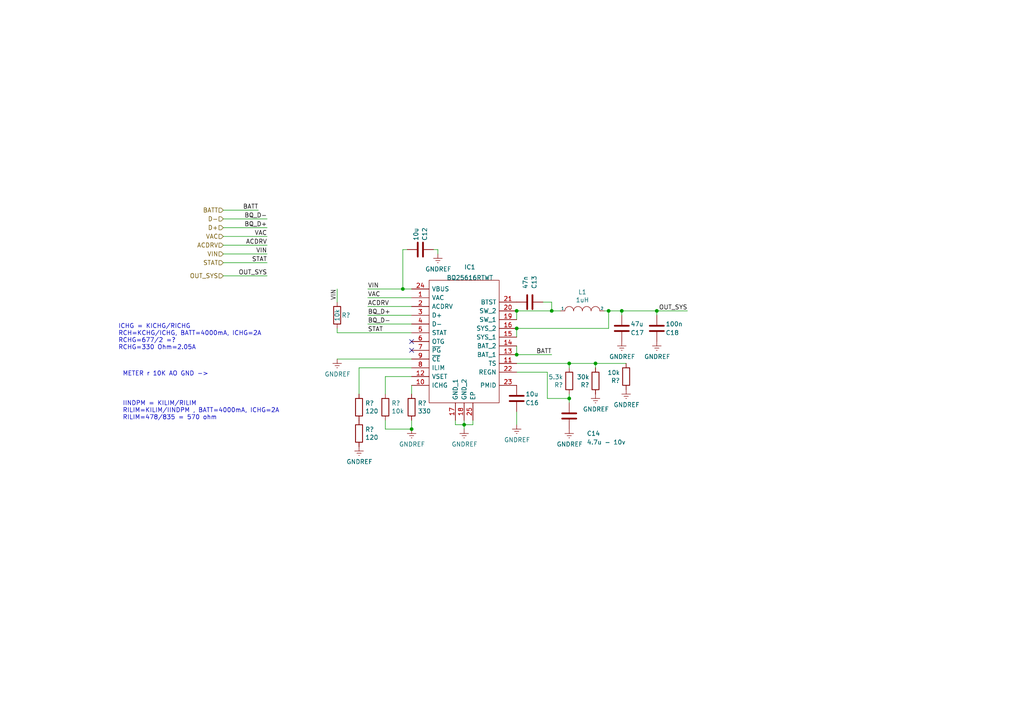
<source format=kicad_sch>
(kicad_sch (version 20230121) (generator eeschema)
  (paper "A4")
  (lib_symbols
    (symbol "Device:C" (pin_numbers hide) (pin_names (offset 0.254))
      (property "Reference" "C" (at 0.635 2.54 0))
      (property "Value" "C" (at 0.635 -2.54 0))
      (symbol "C_0_1"
        (polyline (pts (xy -2.032 -0.762) (xy 2.032 -0.762)) (stroke (width 0.508)))
        (polyline (pts (xy -2.032 0.762) (xy 2.032 0.762)) (stroke (width 0.508)))
      )
      (symbol "C_1_1"
        (pin passive line (at 0 3.81 270) (length 2.794) (name "~") (number "1"))
        (pin passive line (at 0 -3.81 90) (length 2.794) (name "~") (number "2"))
      )
    )
    (symbol "Device:R" (pin_numbers hide) (pin_names (offset 0))
      (property "Reference" "R" (at 2.032 0 90))
      (property "Value" "R" (at 0 0 90))
      (symbol "R_0_1"
        (rectangle (start -1.016 -2.54) (end 1.016 2.54) (stroke (width 0.254)))
      )
      (symbol "R_1_1"
        (pin passive line (at 0 3.81 270) (length 1.27) (name "~") (number "1"))
        (pin passive line (at 0 -3.81 90) (length 1.27) (name "~") (number "2"))
      )
    )
    (symbol "ESP32-rescue:BQ25616RTWT-BQ25616RTWT" (pin_names (offset 0.762))
      (property "Reference" "IC" (at 13.97 8.89 0))
      (property "Value" "BQ25616RTWT-BQ25616RTWT" (at 8.89 6.35 0))
      (symbol "BQ25616RTWT-BQ25616RTWT_0_0"
        (pin passive line (at 0 0 0) (length 5.08) (name "VAC") (number "1"))
        (pin passive line (at 0 -25.4 0) (length 5.08) (name "ICHG") (number "10"))
        (pin passive line (at 30.48 -19.05 180) (length 5.08) (name "TS") (number "11"))
        (pin passive line (at 0 -22.86 0) (length 5.08) (name "VSET") (number "12"))
        (pin passive line (at 30.48 -16.51 180) (length 5.08) (name "BAT_1") (number "13"))
        (pin passive line (at 30.48 -13.97 180) (length 5.08) (name "BAT_2") (number "14"))
        (pin passive line (at 30.48 -11.43 180) (length 5.08) (name "SYS_1") (number "15"))
        (pin passive line (at 30.48 -8.89 180) (length 5.08) (name "SYS_2") (number "16"))
        (pin passive line (at 12.7 -35.56 90) (length 5.08) (name "GND_1") (number "17"))
        (pin passive line (at 15.24 -35.56 90) (length 5.08) (name "GND_2") (number "18"))
        (pin passive line (at 30.48 -6.35 180) (length 5.08) (name "SW_1") (number "19"))
        (pin passive line (at 0 -2.54 0) (length 5.08) (name "ACDRV") (number "2"))
        (pin passive line (at 30.48 -3.81 180) (length 5.08) (name "SW_2") (number "20"))
        (pin passive line (at 30.48 -1.27 180) (length 5.08) (name "BTST") (number "21"))
        (pin passive line (at 30.48 -21.59 180) (length 5.08) (name "REGN") (number "22"))
        (pin passive line (at 30.48 -25.4 180) (length 5.08) (name "PMID") (number "23"))
        (pin passive line (at 0 2.54 0) (length 5.08) (name "VBUS") (number "24"))
        (pin passive line (at 17.78 -35.56 90) (length 5.08) (name "EP") (number "25"))
        (pin passive line (at 0 -5.08 0) (length 5.08) (name "D+") (number "3"))
        (pin passive line (at 0 -7.62 0) (length 5.08) (name "D-") (number "4"))
        (pin passive line (at 0 -10.16 0) (length 5.08) (name "STAT") (number "5"))
        (pin passive line (at 0 -12.7 0) (length 5.08) (name "OTG") (number "6"))
        (pin passive line (at 0 -15.24 0) (length 5.08) (name "~{PG}") (number "7"))
        (pin passive line (at 0 -20.32 0) (length 5.08) (name "ILIM") (number "8"))
        (pin passive line (at 0 -17.78 0) (length 5.08) (name "~{CE}") (number "9"))
      )
      (symbol "BQ25616RTWT-BQ25616RTWT_0_1"
        (polyline (pts (xy 5.08 5.08) (xy 25.4 5.08) (xy 25.4 -30.48) (xy 5.08 -30.48) (xy 5.08 5.08)) (stroke (width 0.1524)))
      )
    )
    (symbol "ESP32-rescue:INDUCTOR-pspice" (pin_numbers hide) (pin_names (offset 0))
      (property "Reference" "L" (at 0 2.54 0))
      (property "Value" "pspice_INDUCTOR" (at 0 -1.27 0))
      (symbol "INDUCTOR-pspice_0_1"
        (arc (start -2.54 0) (mid -3.81 1.2645) (end -5.08 0))
        (arc (start 0 0) (mid -1.27 1.2645) (end -2.54 0))
        (arc (start 2.54 0) (mid 1.27 1.2645) (end 0 0))
        (arc (start 5.08 0) (mid 3.81 1.2645) (end 2.54 0))
      )
      (symbol "INDUCTOR-pspice_1_1"
        (pin input line (at -6.35 0 0) (length 1.27) (name "1") (number "1"))
        (pin input line (at 6.35 0 180) (length 1.27) (name "2") (number "2"))
      )
    )
    (symbol "power:GNDREF" (power) (pin_names (offset 0))
      (property "Value" "GNDREF" (at 0 -3.81 0))
      (symbol "GNDREF_0_1"
        (polyline (pts (xy -0.635 -1.905) (xy 0.635 -1.905)))
        (polyline (pts (xy -0.127 -2.54) (xy 0.127 -2.54)))
        (polyline (pts (xy 0 -1.27) (xy 0 0)))
        (polyline (pts (xy 1.27 -1.27) (xy -1.27 -1.27)))
      )
      (symbol "GNDREF_1_1"
        (pin power_in line (at 0 0 270) (length 0) hide (name "GNDREF") (number "1"))
      )
    )
  )
  (junction (at 160.02 90.17))
  (junction (at 149.86 90.17))
  (junction (at 149.86 95.25))
  (junction (at 176.53 90.17))
  (junction (at 180.34 90.17))
  (junction (at 165.1 105.41))
  (junction (at 116.84 83.82))
  (junction (at 119.38 124.46))
  (junction (at 149.86 102.87))
  (junction (at 134.62 123.19))
  (junction (at 190.5 90.17))
  (junction (at 172.72 105.41))
  (junction (at 165.1 115.57))
  (no_connect (at 119.38 99.06))
  (no_connect (at 119.38 101.6))
  (wire (pts (xy 165.1 114.3) (xy 165.1 115.57)))
  (wire (pts (xy 149.86 119.38) (xy 149.86 123.19)))
  (wire (pts (xy 160.02 90.17) (xy 160.02 87.63)))
  (wire (pts (xy 137.16 121.92) (xy 137.16 123.19)))
  (wire (pts (xy 125.73 72.39) (xy 127 72.39)))
  (wire (pts (xy 176.53 90.17) (xy 175.26 90.17)))
  (wire (pts (xy 176.53 90.17) (xy 180.34 90.17)))
  (wire (pts (xy 149.86 100.33) (xy 149.86 102.87)))
  (wire (pts (xy 97.79 104.14) (xy 119.38 104.14)))
  (wire (pts (xy 116.84 72.39) (xy 116.84 83.82)))
  (wire (pts (xy 134.62 123.19) (xy 134.62 121.92)))
  (wire (pts (xy 97.79 96.52) (xy 119.38 96.52)))
  (wire (pts (xy 176.53 95.25) (xy 176.53 90.17)))
  (wire (pts (xy 64.77 66.04) (xy 77.47 66.04)))
  (wire (pts (xy 172.72 105.41) (xy 181.61 105.41)))
  (wire (pts (xy 111.76 121.92) (xy 111.76 124.46)))
  (wire (pts (xy 64.77 60.96) (xy 74.93 60.96)))
  (wire (pts (xy 64.77 63.5) (xy 77.47 63.5)))
  (wire (pts (xy 149.86 95.25) (xy 149.86 97.79)))
  (wire (pts (xy 64.77 80.01) (xy 77.47 80.01)))
  (wire (pts (xy 149.86 95.25) (xy 176.53 95.25)))
  (wire (pts (xy 119.38 111.76) (xy 119.38 114.3)))
  (wire (pts (xy 180.34 91.44) (xy 180.34 90.17)))
  (wire (pts (xy 149.86 107.95) (xy 158.75 107.95)))
  (wire (pts (xy 137.16 123.19) (xy 134.62 123.19)))
  (wire (pts (xy 64.77 71.12) (xy 77.47 71.12)))
  (wire (pts (xy 64.77 73.66) (xy 77.47 73.66)))
  (wire (pts (xy 64.77 76.2) (xy 77.47 76.2)))
  (wire (pts (xy 132.08 121.92) (xy 132.08 123.19)))
  (wire (pts (xy 190.5 91.44) (xy 190.5 90.17)))
  (wire (pts (xy 106.68 88.9) (xy 119.38 88.9)))
  (wire (pts (xy 134.62 124.46) (xy 134.62 123.19)))
  (wire (pts (xy 165.1 105.41) (xy 172.72 105.41)))
  (wire (pts (xy 190.5 90.17) (xy 199.39 90.17)))
  (wire (pts (xy 158.75 107.95) (xy 158.75 115.57)))
  (wire (pts (xy 172.72 106.68) (xy 172.72 105.41)))
  (wire (pts (xy 119.38 93.98) (xy 106.68 93.98)))
  (wire (pts (xy 106.68 86.36) (xy 119.38 86.36)))
  (wire (pts (xy 165.1 115.57) (xy 165.1 116.84)))
  (wire (pts (xy 104.14 106.68) (xy 104.14 114.3)))
  (wire (pts (xy 111.76 109.22) (xy 111.76 114.3)))
  (wire (pts (xy 116.84 83.82) (xy 119.38 83.82)))
  (wire (pts (xy 118.11 72.39) (xy 116.84 72.39)))
  (wire (pts (xy 160.02 87.63) (xy 157.48 87.63)))
  (wire (pts (xy 64.77 68.58) (xy 77.47 68.58)))
  (wire (pts (xy 127 72.39) (xy 127 73.66)))
  (wire (pts (xy 119.38 106.68) (xy 104.14 106.68)))
  (wire (pts (xy 158.75 115.57) (xy 165.1 115.57)))
  (wire (pts (xy 97.79 83.82) (xy 97.79 87.63)))
  (wire (pts (xy 97.79 95.25) (xy 97.79 96.52)))
  (wire (pts (xy 119.38 121.92) (xy 119.38 124.46)))
  (wire (pts (xy 180.34 90.17) (xy 190.5 90.17)))
  (wire (pts (xy 149.86 90.17) (xy 160.02 90.17)))
  (wire (pts (xy 149.86 105.41) (xy 165.1 105.41)))
  (wire (pts (xy 119.38 91.44) (xy 106.68 91.44)))
  (wire (pts (xy 111.76 109.22) (xy 119.38 109.22)))
  (wire (pts (xy 165.1 106.68) (xy 165.1 105.41)))
  (wire (pts (xy 106.68 83.82) (xy 116.84 83.82)))
  (wire (pts (xy 149.86 92.71) (xy 149.86 90.17)))
  (wire (pts (xy 111.76 124.46) (xy 119.38 124.46)))
  (wire (pts (xy 132.08 123.19) (xy 134.62 123.19)))
  (wire (pts (xy 149.86 102.87) (xy 160.02 102.87)))
  (wire (pts (xy 160.02 90.17) (xy 162.56 90.17)))
  (text "IINDPM = KILIM/RILIM\nRILIM=KILIM/IINDPM , BATT=4000mA, ICHG=2A\nRILIM=478/835 = 570 ohm" (at 35.56 121.92 0) (effects (font (size 1.27 1.27)) (justify left bottom)))
  (text "METER r 10K AO GND ->" (at 35.56 109.22 0) (effects (font (size 1.27 1.27)) (justify left bottom)))
  (text "ICHG = KICHG/RICHG\nRCH=KCHG/ICHG, BATT=4000mA, ICHG=2A\nRCHG=677/2 =?\nRCHG=330 Ohm=2.05A" (at 34.29 101.6 0) (effects (font (size 1.27 1.27)) (justify left bottom)))
  (label "VIN" (at 77.47 73.66 180))
  (label "VAC" (at 106.68 86.36 0))
  (label "OUT_SYS" (at 77.47 80.01 180))
  (label "BQ_D+" (at 77.47 66.04 180))
  (label "BATT" (at 74.93 60.96 180))
  (label "VIN" (at 106.68 83.82 0))
  (label "STAT" (at 106.68 96.52 0))
  (label "ACDRV" (at 77.47 71.12 180))
  (label "STAT" (at 77.47 76.2 180))
  (label "VIN" (at 97.79 83.82 270))
  (label "ACDRV" (at 106.68 88.9 0))
  (label "OUT_SYS" (at 199.39 90.17 180))
  (label "BQ_D+" (at 106.68 91.44 0))
  (label "BQ_D-" (at 77.47 63.5 180))
  (label "BATT" (at 160.02 102.87 180))
  (label "VAC" (at 77.47 68.58 180))
  (label "BQ_D-" (at 106.68 93.98 0))
  (hierarchical_label "VIN" (shape input) (at 64.77 73.66 180))
  (hierarchical_label "D-" (shape input) (at 64.77 63.5 180))
  (hierarchical_label "BATT" (shape input) (at 64.77 60.96 180))
  (hierarchical_label "STAT" (shape input) (at 64.77 76.2 180))
  (hierarchical_label "ACDRV" (shape input) (at 64.77 71.12 180))
  (hierarchical_label "D+" (shape input) (at 64.77 66.04 180))
  (hierarchical_label "OUT_SYS" (shape input) (at 64.77 80.01 180))
  (hierarchical_label "VAC" (shape input) (at 64.77 68.58 180))
  (symbol (lib_id "ESP32-rescue:BQ25616RTWT-BQ25616RTWT") (at 119.38 86.36 0) (unit 1)
    (property "Reference" "IC1" (at 134.62 77.47 0) (effects (justify left)))
    (property "Value" "BQ25616RTWT" (at 129.54 81.28 0) (effects (justify left bottom)))
    (property "Footprint" "footprints_1:QFN50P400X400X80-25N-D" (effects hide))
    (property "Datasheet" "https://www.ti.com/lit/gpn/BQ25616" (effects hide))
    (property "Description" "Battery Management Standalone 1-cell 3.0-A buck battery charger with power path and 1.2-A boost operation 24-WQFN -40 to 85" (effects hide))
    (property "Height" "0.8" (effects hide))
    (property "Mouser Part Number" "595-BQ25616RTWT" (effects hide))
    (property "Mouser Price/Stock" "https://www.mouser.co.uk/ProductDetail/Texas-Instruments/BQ25616RTWT?qs=GBLSl2AkirsF1eaqdbkEeA%3D%3D" (effects hide))
    (property "Manufacturer_Name" "Texas Instruments" (effects hide))
    (property "Manufacturer_Part_Number" "BQ25616RTWT" (effects hide))
    (property "PN" "BQ25616RTWT" (effects hide))
  )
  (symbol (lib_id "ESP32-rescue:INDUCTOR-pspice") (at 168.91 90.17 0) (unit 1)
    (property "Reference" "L1" (at 168.91 84.709 0))
    (property "Value" "1uH" (at 168.91 87.0204 0))
    (property "Footprint" "footprints_1:inductor_bourns_4x4" (effects hide))
    (property "PN" "SRN4012TA-1R0M" (effects hide))
  )
  (symbol (lib_id "Device:C") (at 153.67 87.63 90) (unit 1)
    (property "Reference" "C13" (at 154.94 83.82 0) (effects (justify left)))
    (property "Value" "47n" (at 152.4 83.82 0) (effects (justify left)))
    (property "Footprint" "Capacitor_SMD:C_0603_1608Metric" (effects hide))
    (property "PN" "GCM188R71H473KA55D" (effects hide))
  )
  (symbol (lib_id "power:GNDREF") (at 134.62 124.46 0) (unit 1)
    (property "Reference" "#PWR021" (effects hide))
    (property "Value" "GNDREF" (at 134.747 128.8542 0))
  )
  (symbol (lib_id "Device:C") (at 180.34 95.25 0) (unit 1)
    (property "Reference" "C17" (at 182.88 96.52 0) (effects (justify left)))
    (property "Value" "47u" (at 182.88 93.98 0) (effects (justify left)))
    (property "Footprint" "Capacitor_SMD:C_0603_1608Metric" (effects hide))
    (property "PN" "06034W476MAT2A" (effects hide))
  )
  (symbol (lib_id "power:GNDREF") (at 180.34 99.06 0) (unit 1)
    (property "Reference" "#PWR024" (effects hide))
    (property "Value" "GNDREF" (at 180.467 103.4542 0))
  )
  (symbol (lib_id "Device:C") (at 149.86 115.57 0) (unit 1)
    (property "Reference" "C16" (at 152.4 116.84 0) (effects (justify left)))
    (property "Value" "10u" (at 152.4 114.3 0) (effects (justify left)))
    (property "Footprint" "Capacitor_SMD:C_0603_1608Metric" (effects hide))
    (property "PN" "KAM15CT70J106KT" (effects hide))
  )
  (symbol (lib_id "power:GNDREF") (at 149.86 123.19 0) (unit 1)
    (property "Reference" "#PWR023" (effects hide))
    (property "Value" "GNDREF" (at 149.987 127.5842 0))
  )
  (symbol (lib_id "Device:C") (at 121.92 72.39 90) (unit 1)
    (property "Reference" "C12" (at 123.19 69.85 0) (effects (justify left)))
    (property "Value" "10u" (at 120.65 69.85 0) (effects (justify left)))
    (property "Footprint" "Capacitor_SMD:C_0603_1608Metric" (effects hide))
    (property "PN" "KAM15CT70J106KT" (effects hide))
  )
  (symbol (lib_id "power:GNDREF") (at 127 73.66 0) (unit 1)
    (property "Reference" "#PWR020" (effects hide))
    (property "Value" "GNDREF" (at 127.127 78.0542 0))
  )
  (symbol (lib_id "Device:R") (at 111.76 118.11 0) (unit 1)
    (property "Reference" "R?" (at 113.538 116.9416 0) (effects (justify left)))
    (property "Value" "10k" (at 113.538 119.253 0) (effects (justify left)))
    (property "Footprint" "Resistor_SMD:R_0603_1608Metric" (effects hide))
    (property "PN" "HV731JRTTD1002F" (effects hide))
    (instances (project "VARUNA5_schematic" (path "" (reference "R?") (unit 1)) (path "" (reference "R14") (unit 1))))
  )
  (symbol (lib_id "power:GNDREF") (at 97.79 104.14 0) (unit 1)
    (property "Reference" "#PWR016" (effects hide))
    (property "Value" "GNDREF" (at 97.917 108.5342 0))
  )
  (symbol (lib_id "Device:R") (at 119.38 118.11 0) (unit 1)
    (property "Reference" "R?" (at 121.158 116.9416 0) (effects (justify left)))
    (property "Value" "330" (at 121.158 119.253 0) (effects (justify left)))
    (property "Footprint" "Resistor_SMD:R_0603_1608Metric" (effects hide))
    (property "PN" "CMP0603AFX-3300ELF" (effects hide))
    (instances (project "VARUNA5_schematic" (path "" (reference "R?") (unit 1)) (path "" (reference "R15") (unit 1))))
  )
  (symbol (lib_id "Device:C") (at 190.5 95.25 0) (unit 1)
    (property "Reference" "C18" (at 193.04 96.52 0) (effects (justify left)))
    (property "Value" "100n" (at 193.04 93.98 0) (effects (justify left)))
    (property "Footprint" "Capacitor_SMD:C_0603_1608Metric" (effects hide))
    (property "PN" "C0603C104K1RACAUTO" (effects hide))
  )
  (symbol (lib_id "power:GNDREF") (at 190.5 99.06 0) (unit 1)
    (property "Reference" "#PWR025" (effects hide))
    (property "Value" "GNDREF" (at 190.627 103.4542 0))
  )
  (symbol (lib_id "power:GNDREF") (at 119.38 124.46 0) (unit 1)
    (property "Reference" "#PWR019" (effects hide))
    (property "Value" "GNDREF" (at 119.507 128.8542 0))
  )
  (symbol (lib_id "Device:R") (at 104.14 118.11 0) (unit 1)
    (property "Reference" "R?" (at 105.918 116.9416 0) (effects (justify left)))
    (property "Value" "120" (at 105.918 119.253 0) (effects (justify left)))
    (property "Footprint" "Resistor_SMD:R_0603_1608Metric" (effects hide))
    (property "PN" "ERJ-3RSFR12V" (effects hide))
    (instances (project "VARUNA5_schematic" (path "" (reference "R?") (unit 1)) (path "" (reference "R2") (unit 1))))
  )
  (symbol (lib_id "power:GNDREF") (at 104.14 129.54 0) (unit 1)
    (property "Reference" "#PWR017" (effects hide))
    (property "Value" "GNDREF" (at 104.267 133.9342 0))
  )
  (symbol (lib_id "Device:C") (at 165.1 120.65 0) (unit 1)
    (property "Reference" "C14" (at 170.18 125.73 0) (effects (justify left)))
    (property "Value" "4.7u - 10v" (at 170.18 128.27 0) (effects (justify left)))
    (property "Footprint" "Capacitor_SMD:C_0603_1608Metric" (effects hide))
    (property "PN" "KGM15BR50J475KT" (effects hide))
  )
  (symbol (lib_id "power:GNDREF") (at 165.1 124.46 0) (unit 1)
    (property "Reference" "#PWR022" (effects hide))
    (property "Value" "GNDREF" (at 165.227 128.8542 0))
  )
  (symbol (lib_id "Device:R") (at 181.61 109.22 180) (unit 1)
    (property "Reference" "R?" (at 179.832 110.3884 0) (effects (justify left)))
    (property "Value" "10k" (at 179.832 108.077 0) (effects (justify left)))
    (property "Footprint" "Resistor_SMD:R_0603_1608Metric" (effects hide))
    (property "PN" "HV731JRTTD1002F" (effects hide))
    (instances (project "VARUNA5_schematic" (path "" (reference "R?") (unit 1)) (path "" (reference "R17") (unit 1))))
  )
  (symbol (lib_id "power:GNDREF") (at 181.61 113.03 0) (unit 1)
    (property "Reference" "#PWR034" (effects hide))
    (property "Value" "GNDREF" (at 181.737 117.4242 0))
  )
  (symbol (lib_id "Device:R") (at 97.79 91.44 0) (unit 1)
    (property "Reference" "R?" (at 99.06 91.44 0) (effects (justify left)))
    (property "Value" "10k" (at 97.79 91.44 90))
    (property "Footprint" "Resistor_SMD:R_0603_1608Metric" (effects hide))
    (property "PN" "HV731JRTTD1002F" (effects hide))
    (instances (project "VARUNA5_schematic" (path "" (reference "R?") (unit 1)) (path "" (reference "R18") (unit 1))))
  )
  (symbol (lib_id "Device:R") (at 104.14 125.73 0) (unit 1)
    (property "Reference" "R?" (at 105.918 124.5616 0) (effects (justify left)))
    (property "Value" "120" (at 105.918 126.873 0) (effects (justify left)))
    (property "Footprint" "Resistor_SMD:R_0603_1608Metric" (effects hide))
    (property "PN" "ERJ-3RSFR12V" (effects hide))
    (instances (project "VARUNA5_schematic" (path "" (reference "R?") (unit 1)) (path "" (reference "R8") (unit 1))))
  )
  (symbol (lib_id "Device:R") (at 165.1 110.49 180) (unit 1)
    (property "Reference" "R?" (at 163.322 111.6584 0) (effects (justify left)))
    (property "Value" "5.3k" (at 163.322 109.347 0) (effects (justify left)))
    (property "Footprint" "Resistor_SMD:R_0603_1608Metric" (effects hide))
    (property "PN" "TNPW06035K30BEEA" (effects hide))
    (instances (project "VARUNA5_schematic" (path "" (reference "R?") (unit 1)) (path "" (reference "R9") (unit 1))))
  )
  (symbol (lib_id "Device:R") (at 172.72 110.49 180) (unit 1)
    (property "Reference" "R?" (at 170.942 111.6584 0) (effects (justify left)))
    (property "Value" "30k" (at 170.942 109.347 0) (effects (justify left)))
    (property "Footprint" "Resistor_SMD:R_0603_1608Metric" (effects hide))
    (property "PN" "TNPW060330K0BXEA" (effects hide))
    (instances (project "VARUNA5_schematic" (path "" (reference "R?") (unit 1)) (path "" (reference "R16") (unit 1))))
  )
  (symbol (lib_id "power:GNDREF") (at 172.72 114.3 0) (unit 1)
    (property "Reference" "#PWR028" (effects hide))
    (property "Value" "GNDREF" (at 172.847 118.6942 0))
  )
)
</source>
